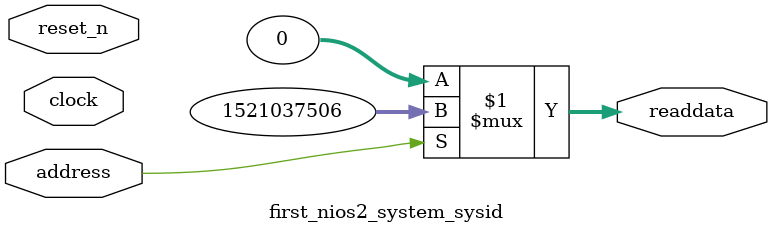
<source format=v>

`timescale 1ns / 1ps
// synthesis translate_on

// turn off superfluous verilog processor warnings 
// altera message_level Level1 
// altera message_off 10034 10035 10036 10037 10230 10240 10030 

module first_nios2_system_sysid (
               // inputs:
                address,
                clock,
                reset_n,

               // outputs:
                readdata
             )
;

  output  [ 31: 0] readdata;
  input            address;
  input            clock;
  input            reset_n;

  wire    [ 31: 0] readdata;
  //control_slave, which is an e_avalon_slave
  assign readdata = address ? 1521037506 : 0;

endmodule




</source>
